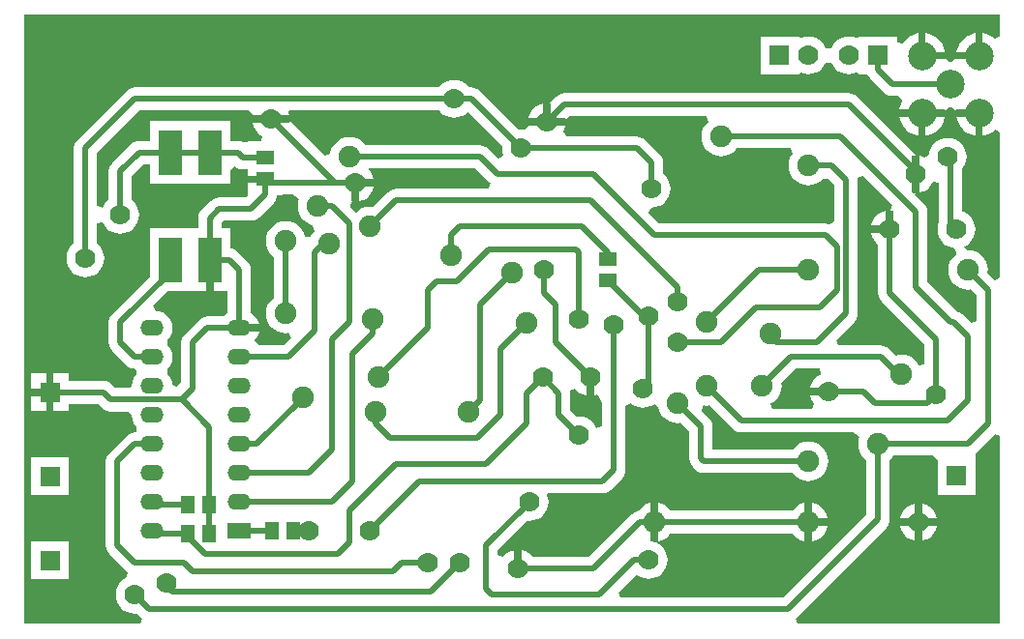
<source format=gbl>
%FSLAX44Y44*%
%MOMM*%
G71*
G01*
G75*
G04 Layer_Physical_Order=2*
G04 Layer_Color=16711680*
%ADD10R,1.3000X1.5000*%
%ADD11R,1.5000X1.3000*%
%ADD12R,2.0000X4.0000*%
%ADD13C,0.5080*%
%ADD14R,1.5000X1.5000*%
%ADD15C,2.5000*%
%ADD16R,2.0320X1.3970*%
%ADD17O,2.0320X1.3970*%
%ADD18R,1.7780X1.7780*%
%ADD19C,1.7780*%
%ADD20C,1.9050*%
G36*
X152755Y275900D02*
X165012D01*
Y256719D01*
X164720Y256597D01*
X161669Y254256D01*
X161539Y254088D01*
X147320D01*
X147320Y254088D01*
X144668Y253738D01*
X142196Y252715D01*
X140074Y251086D01*
X140074Y251086D01*
X127374Y238386D01*
X125745Y236264D01*
X124721Y233792D01*
X124372Y231140D01*
X124372Y231140D01*
Y195513D01*
X120243Y192554D01*
X116880Y193696D01*
X116464Y196853D01*
X114993Y200406D01*
X112651Y203456D01*
Y208024D01*
X114993Y211075D01*
X116464Y214627D01*
X116966Y218440D01*
X116464Y222253D01*
X114993Y225805D01*
X112651Y228856D01*
Y233424D01*
X114993Y236474D01*
X116464Y240027D01*
X116966Y243840D01*
X116464Y247653D01*
X114993Y251206D01*
X112651Y254256D01*
X109600Y256597D01*
X106048Y258069D01*
X102235Y258571D01*
X101901D01*
X99957Y263264D01*
X112592Y275900D01*
X146405D01*
Y303522D01*
X152755D01*
Y275900D01*
D02*
G37*
G36*
X746673Y351354D02*
X744501Y346763D01*
X747395Y346478D01*
Y330197D01*
X744222D01*
Y327025D01*
X727943D01*
X727949Y326964D01*
X728893Y323851D01*
X730426Y320983D01*
X732489Y318469D01*
X733972Y317252D01*
Y274320D01*
X733972Y274320D01*
X734322Y271668D01*
X735345Y269196D01*
X736974Y267074D01*
X774612Y229435D01*
Y212172D01*
X769685Y210938D01*
X768705Y212771D01*
X766562Y215382D01*
X763951Y217525D01*
X760973Y219117D01*
X757741Y220097D01*
X754380Y220428D01*
X751019Y220097D01*
X749804Y219728D01*
X743846Y225686D01*
X741724Y227315D01*
X739252Y228339D01*
X736600Y228688D01*
X736600Y228688D01*
X699398D01*
X697453Y233381D01*
X713366Y249294D01*
X713366Y249294D01*
X714995Y251416D01*
X716019Y253888D01*
X716368Y256540D01*
X716368Y256540D01*
Y373380D01*
X716368Y373380D01*
X716144Y375081D01*
X720700Y377328D01*
X746673Y351354D01*
D02*
G37*
G36*
X394074Y371214D02*
X394798Y370658D01*
X393165Y365848D01*
X312420D01*
X309768Y365499D01*
X307296Y364475D01*
X305174Y362846D01*
X305174Y362846D01*
X292050Y349723D01*
X289560Y349968D01*
X286199Y349637D01*
X282967Y348657D01*
X279989Y347065D01*
X277378Y344922D01*
X276665Y344887D01*
X272078Y349474D01*
X273365Y353718D01*
X273761Y354555D01*
X273685Y354562D01*
Y370843D01*
X276857D01*
Y374015D01*
X293137D01*
X293131Y374076D01*
X292187Y377189D01*
X290654Y380057D01*
X288591Y382571D01*
X288906Y383452D01*
X381835D01*
X394074Y371214D01*
D02*
G37*
G36*
X226883Y357669D02*
X227741Y356512D01*
X226943Y353881D01*
X226612Y350520D01*
X226943Y347159D01*
X227923Y343927D01*
X229515Y340949D01*
X231658Y338338D01*
X234269Y336195D01*
X237247Y334603D01*
X239766Y333839D01*
X241240Y328978D01*
X239676Y327071D01*
X238083Y324093D01*
X238030Y323916D01*
X232853Y323406D01*
X232795D01*
X231817Y326633D01*
X230224Y329611D01*
X228082Y332222D01*
X225471Y334365D01*
X222493Y335957D01*
X219261Y336937D01*
X215900Y337268D01*
X212539Y336937D01*
X209307Y335957D01*
X206329Y334365D01*
X203718Y332222D01*
X201576Y329611D01*
X199983Y326633D01*
X199003Y323401D01*
X198672Y320040D01*
X199003Y316679D01*
X199983Y313447D01*
X201576Y310469D01*
X203718Y307858D01*
X205652Y306271D01*
Y270310D01*
X203718Y268722D01*
X201576Y266111D01*
X199983Y263133D01*
X199003Y259901D01*
X198672Y256540D01*
X199003Y253179D01*
X199983Y249947D01*
X201576Y246969D01*
X203718Y244358D01*
X206329Y242215D01*
X209307Y240623D01*
X212539Y239643D01*
X215900Y239312D01*
X218291Y239548D01*
X220463Y234955D01*
X214195Y228688D01*
X192485D01*
X188851Y233424D01*
X191192Y236474D01*
X192664Y240027D01*
X192748Y240665D01*
X175257D01*
Y247015D01*
X192748D01*
X192664Y247653D01*
X191192Y251206D01*
X188851Y254256D01*
X185800Y256597D01*
X185508Y256719D01*
Y294640D01*
X185159Y297292D01*
X184135Y299764D01*
X182506Y301886D01*
X173626Y310766D01*
X171504Y312395D01*
X169032Y313418D01*
X167200Y313660D01*
Y331140D01*
X159828D01*
Y335835D01*
X161725Y337732D01*
X185420D01*
X185420Y337732D01*
X188072Y338082D01*
X190544Y339105D01*
X192666Y340734D01*
X205366Y353434D01*
X205366Y353434D01*
X206995Y355556D01*
X208018Y358028D01*
X208019Y358028D01*
X208018Y358028D01*
Y358028D01*
X208268Y359920D01*
X213240D01*
Y360592D01*
X221414D01*
X226883Y357669D01*
D02*
G37*
G36*
X840564Y149123D02*
X840740Y148889D01*
Y-15240D01*
X663361D01*
X661728Y-10430D01*
X662566Y-9786D01*
X741306Y68954D01*
X742935Y71076D01*
X743959Y73548D01*
X744308Y76200D01*
X744308Y76200D01*
X744308Y76200D01*
Y76200D01*
Y128470D01*
X746242Y130058D01*
X747830Y131992D01*
X782538D01*
X786130Y128400D01*
Y97790D01*
X819150D01*
Y123414D01*
X819150Y123414D01*
X819150Y123414D01*
X819150Y130810D01*
Y130810D01*
D01*
D01*
D01*
X819150Y134306D01*
X820046Y134994D01*
X836047Y150994D01*
X840564Y149123D01*
D02*
G37*
G36*
X519103Y176706D02*
X521971Y175173D01*
X525084Y174229D01*
X528320Y173910D01*
X531557Y174229D01*
X534669Y175173D01*
X537537Y176706D01*
X538312Y176916D01*
X541903Y174439D01*
X542883Y171207D01*
X544476Y168229D01*
X546618Y165618D01*
X549229Y163475D01*
X552207Y161883D01*
X555439Y160903D01*
X558800Y160572D01*
X561290Y160817D01*
X568872Y153235D01*
Y129540D01*
X568872Y129540D01*
X569221Y126888D01*
X570245Y124416D01*
X571874Y122294D01*
X574414Y119754D01*
X574414Y119754D01*
X575615Y118832D01*
X576536Y118125D01*
X579008Y117101D01*
X581660Y116752D01*
X659331D01*
X660918Y114818D01*
X663529Y112676D01*
X666507Y111083D01*
X669739Y110103D01*
X673100Y109772D01*
X676461Y110103D01*
X679693Y111083D01*
X682671Y112676D01*
X685282Y114818D01*
X687424Y117429D01*
X689017Y120407D01*
X689997Y123639D01*
X690328Y127000D01*
X689997Y130361D01*
X689017Y133593D01*
X687424Y136571D01*
X685282Y139182D01*
X682671Y141325D01*
X679693Y142917D01*
X676461Y143897D01*
X673100Y144228D01*
X669739Y143897D01*
X666507Y142917D01*
X663529Y141325D01*
X660918Y139182D01*
X659331Y137248D01*
X589368D01*
Y157480D01*
X589368Y157480D01*
X589019Y160132D01*
X587995Y162604D01*
X586366Y164726D01*
X579637Y171455D01*
X581809Y176047D01*
X584200Y175812D01*
X586690Y176057D01*
X607434Y155314D01*
X607434Y155314D01*
X609556Y153685D01*
X609556Y153685D01*
X609556Y153685D01*
D01*
X609556Y153685D01*
X609556Y153685D01*
X612028Y152662D01*
X614680Y152312D01*
X711634D01*
X717103Y149389D01*
X717961Y148232D01*
X717163Y145601D01*
X716832Y142240D01*
X717163Y138879D01*
X718143Y135647D01*
X719735Y132669D01*
X721878Y130058D01*
X723812Y128470D01*
Y80445D01*
X651075Y7708D01*
X508898D01*
X506953Y12401D01*
X522654Y28101D01*
X524183Y26846D01*
X527051Y25313D01*
X530163Y24369D01*
X533400Y24050D01*
X536637Y24369D01*
X539749Y25313D01*
X542617Y26846D01*
X545131Y28909D01*
X547194Y31423D01*
X548727Y34291D01*
X549671Y37404D01*
X549990Y40640D01*
X549671Y43877D01*
X548727Y46989D01*
X547194Y49857D01*
X545131Y52371D01*
X542617Y54434D01*
X539749Y55967D01*
X538488Y56349D01*
X538480Y56431D01*
X538480D01*
X538094Y56470D01*
X536637Y56912D01*
X535305Y57043D01*
Y73657D01*
Y90575D01*
X535119Y90557D01*
X531887Y89577D01*
X528909Y87985D01*
X526298Y85842D01*
X524581Y83750D01*
X523128Y83559D01*
X520656Y82535D01*
X518534Y80906D01*
X518534Y80906D01*
X480895Y43268D01*
X432048D01*
X430831Y44751D01*
X428317Y46814D01*
X425449Y48347D01*
X422337Y49291D01*
X422275Y49297D01*
Y33017D01*
X415925D01*
Y49297D01*
X415863Y49291D01*
X412751Y48347D01*
X409883Y46814D01*
X407369Y44751D01*
X406191Y43315D01*
X401408Y45026D01*
Y49095D01*
X427351Y75038D01*
X429260Y74850D01*
X432496Y75169D01*
X435609Y76113D01*
X438477Y77646D01*
X440991Y79709D01*
X443054Y82223D01*
X444587Y85091D01*
X445531Y88203D01*
X445850Y91440D01*
X445531Y94677D01*
X444587Y97789D01*
X445297Y98972D01*
X492760D01*
X492760Y98972D01*
X495412Y99321D01*
X497884Y100345D01*
X500006Y101974D01*
X510166Y112134D01*
X510166Y112134D01*
X511088Y113335D01*
X511795Y114256D01*
X512818Y116728D01*
X513168Y119380D01*
Y175636D01*
X517760Y177808D01*
X519103Y176706D01*
D02*
G37*
G36*
X485775Y184383D02*
X485836Y184389D01*
X488592Y185225D01*
X489279Y184715D01*
X492672Y178367D01*
Y157697D01*
X488669Y156482D01*
X487744Y156251D01*
X486234Y159077D01*
X484171Y161591D01*
X481657Y163654D01*
X478789Y165187D01*
X475676Y166131D01*
X472440Y166450D01*
X470531Y166262D01*
X464908Y171885D01*
Y186560D01*
X464604Y188863D01*
X469265Y190883D01*
X470869Y188929D01*
X473383Y186866D01*
X476251Y185333D01*
X479364Y184389D01*
X479425Y184383D01*
Y200662D01*
X485775D01*
Y184383D01*
D02*
G37*
G36*
X684258Y204189D02*
X684489Y203265D01*
X681663Y201754D01*
X679149Y199691D01*
X677086Y197177D01*
X675553Y194309D01*
X674609Y191196D01*
X674603Y191135D01*
X690882D01*
Y184785D01*
X674603D01*
X674609Y184723D01*
X675553Y181611D01*
X677086Y178743D01*
X678188Y177400D01*
X676016Y172808D01*
X641432D01*
X640198Y177736D01*
X642031Y178715D01*
X644642Y180858D01*
X646785Y183469D01*
X648377Y186447D01*
X649357Y189679D01*
X649688Y193040D01*
X649443Y195530D01*
X662105Y208192D01*
X683043D01*
X684258Y204189D01*
D02*
G37*
G36*
X351489Y432769D02*
X354003Y430706D01*
X356871Y429173D01*
X359983Y428229D01*
X363220Y427910D01*
X366456Y428229D01*
X369569Y429173D01*
X372437Y430706D01*
X374951Y432769D01*
X375663Y432804D01*
X405238Y403229D01*
X405050Y401320D01*
X405369Y398083D01*
X406313Y394971D01*
X401744Y392529D01*
X393326Y400946D01*
X391204Y402575D01*
X388732Y403599D01*
X386080Y403948D01*
X386080Y403948D01*
X285550D01*
X283962Y405882D01*
X281351Y408024D01*
X278373Y409617D01*
X275141Y410597D01*
X271780Y410928D01*
X268419Y410597D01*
X265187Y409617D01*
X262209Y408024D01*
X259598Y405882D01*
X257456Y403271D01*
X255863Y400293D01*
X254883Y397061D01*
X254790Y396117D01*
X250007Y394405D01*
X219602Y424810D01*
X219478Y423545D01*
X186923D01*
X186929Y423484D01*
X187873Y420371D01*
X189406Y417503D01*
X191469Y414989D01*
X193983Y412926D01*
X195551Y412088D01*
X194317Y407160D01*
X183000D01*
Y407160D01*
X182819Y406916D01*
X179104Y406395D01*
X176632Y407419D01*
X173980Y407768D01*
X173980Y407768D01*
X167200D01*
Y425140D01*
X96960D01*
Y407768D01*
X87640D01*
X87640Y407768D01*
X84988Y407419D01*
X82516Y406395D01*
X80394Y404766D01*
X80394Y404766D01*
X63874Y388246D01*
X62245Y386124D01*
X61221Y383652D01*
X60872Y381000D01*
X60872Y381000D01*
Y355848D01*
X59389Y354631D01*
X57326Y352117D01*
X55816Y349291D01*
X54891Y349522D01*
X50888Y350737D01*
Y397075D01*
X88065Y434252D01*
X183968D01*
X186994Y430172D01*
X186929Y429957D01*
X186923Y429895D01*
X219477D01*
X219471Y429957D01*
X218527Y433069D01*
X219237Y434252D01*
X350272D01*
X351489Y432769D01*
D02*
G37*
G36*
X840740Y499683D02*
X839490Y498658D01*
X836148Y497077D01*
X833792Y499010D01*
X830297Y500878D01*
X826504Y502029D01*
X825735Y502105D01*
Y482197D01*
X822562D01*
Y479025D01*
X802655D01*
X802472Y480879D01*
X798881Y477287D01*
X797560Y477417D01*
X796239Y477287D01*
X792648Y480879D01*
X792465Y479025D01*
X772558D01*
Y482197D01*
X769385D01*
Y502105D01*
X768616Y502029D01*
X764823Y500878D01*
X761328Y499010D01*
X758264Y496496D01*
X755750Y493432D01*
X755498Y492961D01*
X750570Y494195D01*
Y499110D01*
X717550D01*
Y499110D01*
X715309Y497767D01*
X715009Y497927D01*
X711897Y498871D01*
X708660Y499190D01*
X705424Y498871D01*
X702311Y497927D01*
X699443Y496394D01*
X696929Y494331D01*
X694866Y491817D01*
X693420Y489112D01*
X688340D01*
X686894Y491817D01*
X684831Y494331D01*
X682317Y496394D01*
X679449Y497927D01*
X676337Y498871D01*
X673100Y499190D01*
X669864Y498871D01*
X666751Y497927D01*
X666451Y497767D01*
X664210Y499110D01*
Y499110D01*
X631190D01*
Y466090D01*
X664210D01*
Y466090D01*
X666451Y467433D01*
X666751Y467273D01*
X669864Y466329D01*
X673100Y466010D01*
X676337Y466329D01*
X679449Y467273D01*
X682317Y468806D01*
X684831Y470869D01*
X686894Y473383D01*
X688340Y476088D01*
X693420D01*
X694866Y473383D01*
X696929Y470869D01*
X699443Y468806D01*
X702311Y467273D01*
X705424Y466329D01*
X708660Y466010D01*
X711897Y466329D01*
X715009Y467273D01*
X715309Y467433D01*
X717550Y466090D01*
Y466090D01*
X724641D01*
X725185Y464776D01*
X726814Y462654D01*
X739514Y449954D01*
X739514Y449954D01*
X741636Y448325D01*
X744108Y447301D01*
X746760Y446952D01*
X746760Y446952D01*
X751460D01*
X753882Y444965D01*
X755302Y442595D01*
X753882Y439937D01*
X752731Y436144D01*
X752655Y435375D01*
X792465D01*
X792648Y433521D01*
X796239Y437113D01*
X797560Y436983D01*
X798881Y437113D01*
X802472Y433521D01*
X802655Y435375D01*
X822562D01*
Y432202D01*
X825735D01*
Y412295D01*
X826504Y412371D01*
X830297Y413522D01*
X833792Y415390D01*
X836148Y417323D01*
X839490Y415742D01*
X840740Y414716D01*
Y287992D01*
X840564Y287757D01*
X836047Y285886D01*
X829783Y292150D01*
X830028Y294640D01*
X829697Y298001D01*
X828717Y301233D01*
X827124Y304211D01*
X824982Y306822D01*
X822371Y308965D01*
X819393Y310557D01*
X816161Y311537D01*
X812800Y311868D01*
X808989Y314873D01*
D01*
X811857Y316406D01*
X814371Y318469D01*
X816434Y320983D01*
X817967Y323851D01*
X818911Y326964D01*
X819230Y330200D01*
X818911Y333437D01*
X817967Y336549D01*
X816434Y339417D01*
X814371Y341931D01*
X811857Y343994D01*
X808989Y345527D01*
X807808Y345885D01*
Y383257D01*
X808814Y384483D01*
X810347Y387351D01*
X811291Y390463D01*
X811610Y393700D01*
X811291Y396936D01*
X810347Y400049D01*
X808814Y402917D01*
X806751Y405431D01*
X804237Y407494D01*
X801369Y409027D01*
X798257Y409971D01*
X795020Y410290D01*
X791784Y409971D01*
X788671Y409027D01*
X785803Y407494D01*
X783289Y405431D01*
X781226Y402917D01*
X779693Y400049D01*
X778749Y396936D01*
X778636Y395793D01*
X774156Y393398D01*
X773429Y393787D01*
X770316Y394731D01*
X770255Y394737D01*
Y378457D01*
Y362183D01*
X770316Y362189D01*
X773429Y363133D01*
X776297Y364666D01*
X778811Y366729D01*
X780874Y369243D01*
X782384Y372069D01*
X783309Y371838D01*
X787312Y370623D01*
Y336547D01*
X786369Y333437D01*
X786050Y330200D01*
X786369Y326964D01*
X787313Y323851D01*
X788846Y320983D01*
X790909Y318469D01*
X793423Y316406D01*
X796291Y314873D01*
X799404Y313929D01*
X800640Y313807D01*
X802658Y310032D01*
X802642Y308483D01*
X800618Y306822D01*
X798475Y304211D01*
X796883Y301233D01*
X795903Y298001D01*
X795572Y294640D01*
X795903Y291279D01*
X796883Y288047D01*
X798475Y285069D01*
X800618Y282458D01*
X803229Y280315D01*
X806207Y278723D01*
X809439Y277743D01*
X812800Y277412D01*
X815290Y277657D01*
X820332Y272615D01*
Y249817D01*
X815639Y247873D01*
X807346Y256166D01*
X805224Y257795D01*
X802752Y258818D01*
X802063Y258909D01*
X777328Y283645D01*
Y345440D01*
X776979Y348092D01*
X775955Y350564D01*
X774326Y352686D01*
X774326Y352686D01*
X766458Y360555D01*
X767080Y361870D01*
X764932Y362081D01*
X763905Y363108D01*
Y378457D01*
Y394738D01*
X767080Y395050D01*
X767570Y395002D01*
X715906Y446666D01*
X713784Y448295D01*
X711312Y449319D01*
X708660Y449668D01*
X708660Y449668D01*
X459740D01*
X457088Y449319D01*
X454616Y448295D01*
X452494Y446666D01*
X446410Y440582D01*
X447675Y440458D01*
Y427355D01*
X460778D01*
X460902Y426090D01*
X463985Y429172D01*
X583893D01*
X585604Y424389D01*
X584718Y423662D01*
X582575Y421051D01*
X580983Y418073D01*
X580003Y414841D01*
X579672Y411480D01*
X580003Y408119D01*
X580983Y404887D01*
X582575Y401909D01*
X584718Y399298D01*
X587329Y397155D01*
X590307Y395563D01*
X593539Y394583D01*
X596900Y394252D01*
X600261Y394583D01*
X603493Y395563D01*
X606471Y397155D01*
X609082Y399298D01*
X610670Y401232D01*
X657415D01*
X659587Y396640D01*
X658775Y395651D01*
X657183Y392673D01*
X656203Y389441D01*
X655872Y386080D01*
X656203Y382719D01*
X657183Y379487D01*
X658775Y376509D01*
X660918Y373898D01*
X663529Y371755D01*
X666507Y370163D01*
X669739Y369183D01*
X673100Y368852D01*
X676461Y369183D01*
X679693Y370163D01*
X682671Y371755D01*
X685282Y373898D01*
X685509Y374175D01*
X690583Y374424D01*
X695872Y369135D01*
Y337569D01*
X691648Y334747D01*
X690992Y335019D01*
X688340Y335368D01*
X688340Y335368D01*
X542725D01*
X533487Y344605D01*
X535659Y349198D01*
X535940Y349170D01*
X539176Y349489D01*
X542289Y350433D01*
X545157Y351966D01*
X547671Y354029D01*
X549734Y356543D01*
X551267Y359411D01*
X552211Y362523D01*
X552530Y365760D01*
X552211Y368997D01*
X551267Y372109D01*
X549734Y374977D01*
X547671Y377491D01*
X546188Y378708D01*
Y388620D01*
X546188Y388620D01*
X545839Y391272D01*
X544815Y393744D01*
X543186Y395866D01*
X543186Y395866D01*
X530486Y408566D01*
X528364Y410195D01*
X525892Y411218D01*
X523240Y411568D01*
X523240Y411568D01*
X462431D01*
X460440Y413202D01*
X458808Y415925D01*
X459827Y417831D01*
X460771Y420943D01*
X460777Y421005D01*
X428222D01*
X428202Y421209D01*
X424611Y417617D01*
X421640Y417910D01*
X419731Y417722D01*
X385706Y451746D01*
X383584Y453375D01*
X381112Y454398D01*
X378460Y454748D01*
X378460Y454748D01*
X376168D01*
X374951Y456231D01*
X372437Y458294D01*
X369569Y459827D01*
X366456Y460771D01*
X363220Y461090D01*
X359983Y460771D01*
X356871Y459827D01*
X354003Y458294D01*
X351489Y456231D01*
X350272Y454748D01*
X83820D01*
X81168Y454398D01*
X78696Y453375D01*
X76574Y451746D01*
X33394Y408566D01*
X31765Y406444D01*
X30742Y403972D01*
X30392Y401320D01*
X30392Y401320D01*
Y317748D01*
X28909Y316531D01*
X26846Y314017D01*
X25313Y311149D01*
X24369Y308036D01*
X24050Y304800D01*
X24369Y301563D01*
X25313Y298451D01*
X26846Y295583D01*
X28909Y293069D01*
X31423Y291006D01*
X34291Y289473D01*
X37404Y288529D01*
X40640Y288210D01*
X43877Y288529D01*
X46989Y289473D01*
X49857Y291006D01*
X52371Y293069D01*
X54434Y295583D01*
X55967Y298451D01*
X56911Y301563D01*
X57230Y304800D01*
X56911Y308036D01*
X55967Y311149D01*
X54434Y314017D01*
X52371Y316531D01*
X50888Y317748D01*
Y335063D01*
X54891Y336278D01*
X55816Y336509D01*
X57326Y333683D01*
X59389Y331169D01*
X61903Y329106D01*
X64771Y327573D01*
X67884Y326629D01*
X71120Y326310D01*
X74356Y326629D01*
X77469Y327573D01*
X80337Y329106D01*
X82851Y331169D01*
X84914Y333683D01*
X86447Y336551D01*
X87391Y339664D01*
X87710Y342900D01*
X87391Y346137D01*
X86447Y349249D01*
X84914Y352117D01*
X82851Y354631D01*
X81368Y355848D01*
Y376755D01*
X91885Y387272D01*
X96960D01*
Y369900D01*
X167200D01*
Y381780D01*
X169865Y384445D01*
X171756Y385378D01*
X173336Y384165D01*
X175808Y383142D01*
X178460Y382792D01*
X178460Y382792D01*
X183000D01*
Y378920D01*
Y377215D01*
X198123D01*
Y370865D01*
X183000D01*
Y360052D01*
X181175Y358228D01*
X157480D01*
X157480Y358228D01*
X154828Y357878D01*
X152356Y356855D01*
X150234Y355226D01*
X150234Y355226D01*
X142334Y347326D01*
X140705Y345204D01*
X139682Y342732D01*
X139332Y340080D01*
X139332Y340080D01*
Y331140D01*
X96960D01*
Y289252D01*
X63874Y256166D01*
X62245Y254044D01*
X61221Y251572D01*
X60872Y248920D01*
X60872Y248920D01*
Y231140D01*
X60872Y231140D01*
X61221Y228488D01*
X62245Y226016D01*
X63874Y223894D01*
X76574Y211194D01*
X76574Y211194D01*
X78696Y209565D01*
X78696Y209565D01*
X78696Y209565D01*
D01*
X78696Y209565D01*
X78696Y209565D01*
X81168Y208542D01*
X83820Y208192D01*
X83820Y208192D01*
X83820Y208192D01*
X83820Y208192D01*
D01*
X83820D01*
X85395Y206140D01*
X85469Y203456D01*
Y203456D01*
X83127Y200406D01*
X81656Y196853D01*
X81154Y193040D01*
X79560Y191223D01*
X67110D01*
X63634Y194698D01*
X61512Y196327D01*
X59040Y197351D01*
X56388Y197700D01*
X56388Y197700D01*
X26162D01*
Y203962D01*
X12827D01*
Y187449D01*
Y170942D01*
X26162D01*
Y177204D01*
X52143D01*
X55619Y173729D01*
X55619Y173729D01*
X56820Y172807D01*
X57741Y172100D01*
X60213Y171077D01*
X62865Y170727D01*
X78446D01*
X81154Y167640D01*
X81656Y163827D01*
X83127Y160275D01*
X85469Y157224D01*
Y157224D01*
X85339Y152488D01*
X83820D01*
X81168Y152139D01*
X78696Y151115D01*
X76574Y149486D01*
X61334Y134246D01*
X59705Y132124D01*
X58682Y129652D01*
X58332Y127000D01*
X58332Y127000D01*
Y53340D01*
X58332Y53340D01*
X58682Y50688D01*
X59705Y48216D01*
X61334Y46094D01*
X76574Y30854D01*
X77346Y30261D01*
X76931Y25198D01*
X74603Y23954D01*
X72089Y21891D01*
X70026Y19377D01*
X68493Y16509D01*
X67549Y13397D01*
X67230Y10160D01*
X67549Y6923D01*
X68493Y3811D01*
X70026Y943D01*
X72089Y-1571D01*
X74603Y-3634D01*
X77471Y-5167D01*
X80583Y-6111D01*
X83820Y-6430D01*
X85729Y-6242D01*
X89274Y-9786D01*
X89274Y-9786D01*
X90112Y-10430D01*
X88479Y-15240D01*
X-12700D01*
Y518160D01*
X840740D01*
Y499683D01*
D02*
G37*
%LPC*%
G36*
X26162Y130302D02*
X-6858D01*
Y97282D01*
X26162D01*
Y130302D01*
D02*
G37*
G36*
Y56642D02*
X-6858D01*
Y23622D01*
X26162D01*
Y56642D01*
D02*
G37*
G36*
X690015Y70485D02*
X676275D01*
Y56745D01*
X676461Y56763D01*
X679693Y57743D01*
X682671Y59335D01*
X685282Y61478D01*
X687424Y64089D01*
X689017Y67067D01*
X689997Y70299D01*
X690015Y70485D01*
D02*
G37*
G36*
X766445D02*
X753343D01*
X753349Y70423D01*
X754293Y67311D01*
X755826Y64443D01*
X757889Y61929D01*
X760403Y59866D01*
X763271Y58333D01*
X766384Y57389D01*
X766445Y57383D01*
Y70485D01*
D02*
G37*
G36*
Y89937D02*
X766384Y89931D01*
X763271Y88987D01*
X760403Y87454D01*
X757889Y85391D01*
X755826Y82877D01*
X754293Y80009D01*
X753349Y76897D01*
X753343Y76835D01*
X766445D01*
Y89937D01*
D02*
G37*
G36*
X772795D02*
Y76835D01*
X785897D01*
X785891Y76897D01*
X784947Y80009D01*
X783414Y82877D01*
X781351Y85391D01*
X778837Y87454D01*
X775969Y88987D01*
X772857Y89931D01*
X772795Y89937D01*
D02*
G37*
G36*
X676275Y90575D02*
Y76835D01*
X690015D01*
X689997Y77021D01*
X689017Y80253D01*
X687424Y83231D01*
X685282Y85842D01*
X682671Y87985D01*
X679693Y89577D01*
X676461Y90557D01*
X676275Y90575D01*
D02*
G37*
G36*
X785897Y70485D02*
X772795D01*
Y57383D01*
X772857Y57389D01*
X775969Y58333D01*
X778837Y59866D01*
X781351Y61929D01*
X783414Y64443D01*
X784947Y67311D01*
X785891Y70423D01*
X785897Y70485D01*
D02*
G37*
G36*
X669925Y90575D02*
X669739Y90557D01*
X666507Y89577D01*
X663529Y87985D01*
X660918Y85842D01*
X659331Y83908D01*
X552249D01*
X550662Y85842D01*
X548051Y87985D01*
X545073Y89577D01*
X541841Y90557D01*
X541655Y90575D01*
Y73657D01*
Y56745D01*
X541841Y56763D01*
D01*
X541841D01*
X541841D01*
X545073Y57743D01*
X548051Y59335D01*
X550662Y61478D01*
X552249Y63412D01*
X659331D01*
X660918Y61478D01*
X663529Y59335D01*
X666507Y57743D01*
X669739Y56763D01*
X669925Y56745D01*
Y73657D01*
Y90575D01*
D02*
G37*
G36*
X819385Y429025D02*
X802655D01*
X802731Y428256D01*
X803882Y424463D01*
X805750Y420968D01*
X808264Y417904D01*
X811328Y415390D01*
X814823Y413522D01*
X818616Y412371D01*
X819385Y412295D01*
Y429025D01*
D02*
G37*
G36*
X792465D02*
X775735D01*
Y412295D01*
X776504Y412371D01*
X780297Y413522D01*
X783792Y415390D01*
X786856Y417904D01*
X789370Y420968D01*
X791238Y424463D01*
X792389Y428256D01*
X792465Y429025D01*
D02*
G37*
G36*
X441325Y440457D02*
X441264Y440451D01*
X438151Y439507D01*
X435283Y437974D01*
X432769Y435911D01*
X430706Y433397D01*
X429173Y430529D01*
X428229Y427416D01*
X428223Y427355D01*
X441325D01*
Y440457D01*
D02*
G37*
G36*
X819385Y502105D02*
X818616Y502029D01*
X814823Y500878D01*
X811328Y499010D01*
X808264Y496496D01*
X805750Y493432D01*
X803882Y489937D01*
X802731Y486144D01*
X802655Y485375D01*
X819385D01*
Y502105D01*
D02*
G37*
G36*
X775735D02*
Y485375D01*
X792465D01*
X792389Y486144D01*
X791238Y489937D01*
X789370Y493432D01*
X786856Y496496D01*
X783792Y499010D01*
X780297Y500878D01*
X776504Y502029D01*
X775735Y502105D01*
D02*
G37*
G36*
X6477Y203962D02*
X-6858D01*
Y190627D01*
X6477D01*
Y203962D01*
D02*
G37*
G36*
Y184277D02*
X-6858D01*
Y170942D01*
X6477D01*
Y184277D01*
D02*
G37*
G36*
X741045Y346477D02*
X740984Y346471D01*
X737871Y345527D01*
X735003Y343994D01*
X732489Y341931D01*
X730426Y339417D01*
X728893Y336549D01*
X727949Y333437D01*
X727943Y333375D01*
X741045D01*
Y346477D01*
D02*
G37*
G36*
X769385Y429025D02*
X752655D01*
X752731Y428256D01*
X753882Y424463D01*
X755750Y420968D01*
X758264Y417904D01*
X761328Y415390D01*
X764823Y413522D01*
X768616Y412371D01*
X769385Y412295D01*
Y429025D01*
D02*
G37*
G36*
X293137Y367665D02*
X280035D01*
Y354563D01*
X280096Y354569D01*
X283209Y355513D01*
X286077Y357046D01*
X288591Y359109D01*
X290654Y361623D01*
X292187Y364491D01*
X293131Y367603D01*
X293137Y367665D01*
D02*
G37*
%LPD*%
D10*
X149200Y63500D02*
D03*
X130200D02*
D03*
Y88900D02*
D03*
X149200D02*
D03*
X203860Y66040D02*
D03*
X222860D02*
D03*
D11*
X497840Y304140D02*
D03*
Y285140D02*
D03*
X198120Y374040D02*
D03*
Y393040D02*
D03*
D12*
X149580Y303520D02*
D03*
X114580D02*
D03*
Y397520D02*
D03*
X149580D02*
D03*
D13*
X767080Y378460D02*
Y381000D01*
X779780Y162560D02*
X795020D01*
X584200Y193040D02*
X614680Y162560D01*
X795020D02*
X812800Y180340D01*
X767080Y279400D02*
X797560Y248920D01*
X800100D01*
X812800Y236220D01*
Y180340D02*
Y236220D01*
X830580Y160020D02*
Y276860D01*
X812800Y142240D02*
X830580Y160020D01*
X734060Y142240D02*
X812800D01*
Y294640D02*
X830580Y276860D01*
X596900Y406400D02*
X601980Y411480D01*
X701040D01*
X767080Y345440D01*
X744220Y274320D02*
Y330200D01*
Y274320D02*
X784860Y233680D01*
Y185420D02*
Y233680D01*
X777240Y177800D02*
X784860Y185420D01*
X731520Y177800D02*
X777240D01*
X721360Y187960D02*
X731520Y177800D01*
X690880Y187960D02*
X721360D01*
X767080Y279400D02*
Y345440D01*
Y73660D02*
X769620D01*
X795020Y393700D02*
X797560Y391160D01*
Y335280D02*
Y391160D01*
Y335280D02*
X802640Y330200D01*
X746760Y457200D02*
X797560D01*
X734060Y469900D02*
X746760Y457200D01*
X734060Y469900D02*
Y482600D01*
X708660Y439420D02*
X767080Y381000D01*
X459740Y439420D02*
X708660D01*
X706120Y256540D02*
Y373380D01*
X688340Y325120D02*
X698500Y314960D01*
Y276860D02*
Y314960D01*
X683260Y261620D02*
X698500Y276860D01*
X538480Y325120D02*
X688340D01*
X680720Y231140D02*
X706120Y256540D01*
X693420Y386080D02*
X706120Y373380D01*
X734060Y76200D02*
Y142240D01*
X655320Y-2540D02*
X734060Y76200D01*
X96520Y-2540D02*
X655320D01*
X271780Y55880D02*
Y83820D01*
X134620Y30480D02*
X309880D01*
X261620Y45720D02*
X271780Y55880D01*
X145796Y45720D02*
X261620D01*
X127000Y38100D02*
X134620Y30480D01*
X309880D02*
X317500Y38100D01*
X289560Y66040D02*
X332740Y109220D01*
X492760D01*
X271780Y83820D02*
X312420Y124460D01*
X391160D01*
X492760Y109220D02*
X502920Y119380D01*
Y246380D01*
X130200Y61316D02*
X145796Y45720D01*
X175260Y91440D02*
X256540D01*
X236220Y116840D02*
X256540Y137160D01*
X175260Y116840D02*
X236220D01*
X83820Y38100D02*
X127000D01*
X203200Y426720D02*
X259080Y370840D01*
X201320D02*
X259080D01*
X276860D01*
X289560Y332740D02*
X312420Y355600D01*
X558800Y266700D02*
Y279400D01*
X482600Y355600D02*
X558800Y279400D01*
X312420Y355600D02*
X482600D01*
X256540Y350520D02*
X271780Y335280D01*
Y248920D02*
Y335280D01*
X444500Y424180D02*
X459740Y439420D01*
X386080Y393700D02*
X401320Y378460D01*
X271780Y393700D02*
X386080D01*
X401320Y378460D02*
X485140D01*
X421640Y401320D02*
X523240D01*
X535940Y388620D01*
Y365760D02*
Y388620D01*
X485140Y378460D02*
X538480Y325120D01*
X528980Y254000D02*
X533400D01*
X497840Y285140D02*
X528980Y254000D01*
X497840Y304140D02*
Y309880D01*
X474980Y332740D02*
X497840Y309880D01*
X368300Y332740D02*
X474980D01*
X558800Y231140D02*
X596900D01*
X627380Y261620D01*
X683260D01*
X525780Y73660D02*
X538480D01*
X485140Y33020D02*
X525780Y73660D01*
X419100Y33020D02*
X485140D01*
X520700Y40640D02*
X533400D01*
X490220Y10160D02*
X520700Y40640D01*
X396240Y10160D02*
X490220D01*
X391160Y15240D02*
X396240Y10160D01*
X391160Y15240D02*
Y53340D01*
X427990Y90170D01*
X454660Y167640D02*
X472440Y149860D01*
X454660Y167640D02*
Y186560D01*
X440560Y200660D02*
X454660Y186560D01*
X452120Y231140D02*
X482600Y200660D01*
X452120Y231140D02*
Y264160D01*
X441960Y274320D02*
X452120Y264160D01*
X441960Y274320D02*
Y294640D01*
X393700Y312420D02*
X469900D01*
X426720Y186820D02*
X440560Y200660D01*
X426720Y160020D02*
Y186820D01*
X391160Y124460D02*
X426720Y160020D01*
X130200Y61316D02*
Y63500D01*
X317500Y38100D02*
X340360D01*
X342900Y12700D02*
X368300Y38100D01*
X116840Y12700D02*
X342900D01*
X111760Y17780D02*
X116840Y12700D01*
X111760Y17780D02*
Y20320D01*
X68580Y53340D02*
X83820Y38100D01*
X68580Y53340D02*
Y127000D01*
X274320Y109220D02*
Y220980D01*
X256540Y91440D02*
X274320Y109220D01*
Y220980D02*
X292100Y238760D01*
X256540Y137160D02*
Y233680D01*
X403860Y167640D02*
Y225800D01*
X383540Y147320D02*
X403860Y167640D01*
Y225800D02*
X426720Y248660D01*
X307340Y147320D02*
X383540D01*
X294640Y160020D02*
X307340Y147320D01*
X294640Y160020D02*
Y170180D01*
X375920D02*
X386080Y180340D01*
X472440Y254000D02*
Y309880D01*
Y254000D02*
X477520Y248920D01*
X469900Y312420D02*
X472440Y309880D01*
X297180Y200660D02*
X340360Y243840D01*
Y276860D01*
X347980Y284480D01*
X365760D01*
X393700Y312420D01*
X101600Y63500D02*
X130200D01*
X99060Y66040D02*
X101600Y63500D01*
X83820Y10160D02*
X96520Y-2540D01*
X360680Y325120D02*
X368300Y332740D01*
X360680Y307340D02*
Y325120D01*
X533400Y195580D02*
Y254000D01*
X528320Y190500D02*
X533400Y195580D01*
X175260Y66040D02*
X203860D01*
X99060Y91440D02*
X101600Y88900D01*
X130200D01*
X149200D02*
Y156870D01*
Y63500D02*
Y88900D01*
X125095Y180975D02*
X149200Y156870D01*
X71120Y342900D02*
Y381000D01*
Y248920D02*
X114580Y292380D01*
Y303520D01*
X71120Y231140D02*
Y248920D01*
Y231140D02*
X83820Y218440D01*
X99060D01*
X62865Y180975D02*
X125095D01*
X56388Y187452D02*
X62865Y180975D01*
X125095D02*
X134620Y190500D01*
X9652Y187452D02*
X56388D01*
X87640Y397520D02*
X114580D01*
X71120Y381000D02*
X87640Y397520D01*
X178460Y393040D02*
X198120D01*
X173980Y397520D02*
X178460Y393040D01*
X149580Y397520D02*
X173980D01*
X114580D02*
X149580D01*
X198120Y360680D02*
Y374040D01*
X185420Y347980D02*
X198120Y360680D01*
X157480Y347980D02*
X185420D01*
X149580Y340080D02*
X157480Y347980D01*
X149580Y303520D02*
Y340080D01*
Y303520D02*
X166380D01*
X175260Y294640D01*
Y243840D02*
Y294640D01*
X198120Y374040D02*
X201320Y370840D01*
X40640Y304800D02*
Y401320D01*
X83820Y444500D01*
X378460D01*
X421640Y401320D01*
X751840Y203200D02*
X754380D01*
X736600Y218440D02*
X751840Y203200D01*
X657860Y218440D02*
X736600D01*
X632460Y193040D02*
X657860Y218440D01*
X147320Y243840D02*
X175260D01*
X134620Y231140D02*
X147320Y243840D01*
X134620Y190500D02*
Y231140D01*
X83820Y142240D02*
X99060D01*
X68580Y127000D02*
X83820Y142240D01*
X673100Y386080D02*
X693420D01*
X360680Y304800D02*
Y307340D01*
X386080Y264160D02*
X414020Y292100D01*
X386080Y180340D02*
Y264160D01*
X292100Y238760D02*
Y251460D01*
X243840Y350520D02*
X256540D01*
Y233680D02*
X271780Y248920D01*
X248920Y317500D02*
X254000D01*
X241300Y309880D02*
X248920Y317500D01*
X241300Y241300D02*
Y309880D01*
X215900Y261620D02*
Y320040D01*
X218440Y218440D02*
X241300Y241300D01*
X175260Y218440D02*
X218440D01*
X645160Y231140D02*
X680720D01*
X558800Y177800D02*
X579120Y157480D01*
X538480Y73660D02*
X673100D01*
X581660Y127000D02*
X673100D01*
X579120Y129540D02*
X581660Y127000D01*
X579120Y129540D02*
Y157480D01*
X629920Y294640D02*
X673100D01*
X584200Y248920D02*
X629920Y294640D01*
X614680Y162560D02*
X779780D01*
X175260Y142240D02*
X190500D01*
X229870Y181610D01*
X232410D01*
D14*
X802640Y50800D02*
D03*
D15*
X772560Y482200D02*
D03*
X822560D02*
D03*
Y432200D02*
D03*
X772560D02*
D03*
X797560Y457200D02*
D03*
D16*
X175260Y66040D02*
D03*
D17*
Y91440D02*
D03*
Y116840D02*
D03*
Y142240D02*
D03*
Y167640D02*
D03*
Y193040D02*
D03*
Y218440D02*
D03*
Y243840D02*
D03*
X99060Y66040D02*
D03*
Y91440D02*
D03*
Y116840D02*
D03*
Y142240D02*
D03*
Y167640D02*
D03*
Y193040D02*
D03*
Y218440D02*
D03*
Y243840D02*
D03*
D18*
X9652Y187452D02*
D03*
X802640Y114300D02*
D03*
X9652Y40132D02*
D03*
Y113792D02*
D03*
X734060Y482600D02*
D03*
X647700D02*
D03*
D19*
X708660D02*
D03*
X673100D02*
D03*
X236220Y66040D02*
D03*
X769620Y73660D02*
D03*
X784860Y185420D02*
D03*
X363220Y444500D02*
D03*
X795020Y393700D02*
D03*
X802640Y330200D02*
D03*
X203200Y426720D02*
D03*
X767080Y378460D02*
D03*
X444500Y424180D02*
D03*
X535940Y365760D02*
D03*
X533400Y254000D02*
D03*
X558800Y231140D02*
D03*
Y266700D02*
D03*
X472440Y149860D02*
D03*
X744220Y330200D02*
D03*
X441960Y294640D02*
D03*
X111760Y20320D02*
D03*
X289560Y66040D02*
D03*
X440560Y200660D02*
D03*
X482600D02*
D03*
X368300Y38100D02*
D03*
X528320Y190500D02*
D03*
X71120Y342900D02*
D03*
X276860Y370840D02*
D03*
X40640Y304800D02*
D03*
X421640Y401320D02*
D03*
X83820Y10160D02*
D03*
X340360Y38100D02*
D03*
X472440Y251460D02*
D03*
X502920Y246380D02*
D03*
X533400Y40640D02*
D03*
X429260Y91440D02*
D03*
X419100Y33020D02*
D03*
X690880Y187960D02*
D03*
D20*
X734060Y142240D02*
D03*
X289560Y332740D02*
D03*
X596900Y411480D02*
D03*
X538480Y73660D02*
D03*
X360680Y307340D02*
D03*
X271780Y393700D02*
D03*
X673100Y127000D02*
D03*
X584200Y248920D02*
D03*
X640080Y238760D02*
D03*
X297180Y200660D02*
D03*
X292100Y251460D02*
D03*
X294640Y170180D02*
D03*
X426720Y248660D02*
D03*
X231140Y182880D02*
D03*
X254000Y317500D02*
D03*
X243840Y350520D02*
D03*
X215900Y320040D02*
D03*
Y256540D02*
D03*
X375920Y170180D02*
D03*
X414020Y292100D02*
D03*
X754380Y203200D02*
D03*
X632460Y193040D02*
D03*
X584200D02*
D03*
X673100Y386080D02*
D03*
X812800Y294640D02*
D03*
X673100Y73660D02*
D03*
X558800Y177800D02*
D03*
X673100Y294640D02*
D03*
M02*

</source>
